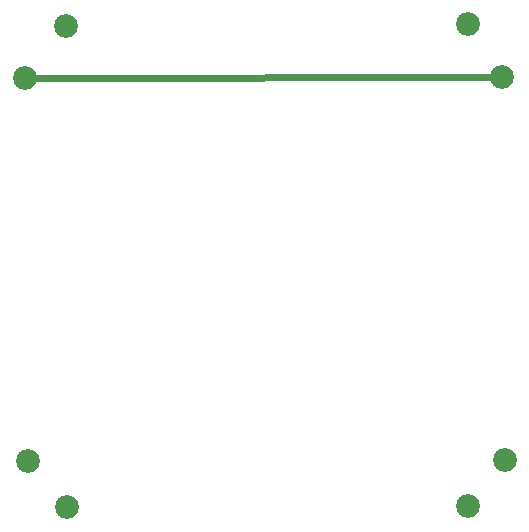
<source format=gbl>
G04 MADE WITH FRITZING*
G04 WWW.FRITZING.ORG*
G04 DOUBLE SIDED*
G04 HOLES PLATED*
G04 CONTOUR ON CENTER OF CONTOUR VECTOR*
%ASAXBY*%
%FSLAX23Y23*%
%MOIN*%
%OFA0B0*%
%SFA1.0B1.0*%
%ADD10C,0.079370*%
%ADD11C,0.024000*%
%LNCOPPER0*%
G90*
G70*
G54D10*
X1667Y1521D03*
X87Y242D03*
X217Y86D03*
X215Y1692D03*
X1556Y90D03*
X77Y1519D03*
X1554Y1696D03*
X1677Y245D03*
G54D11*
X1636Y1521D02*
X108Y1519D01*
G04 End of Copper0*
M02*
</source>
